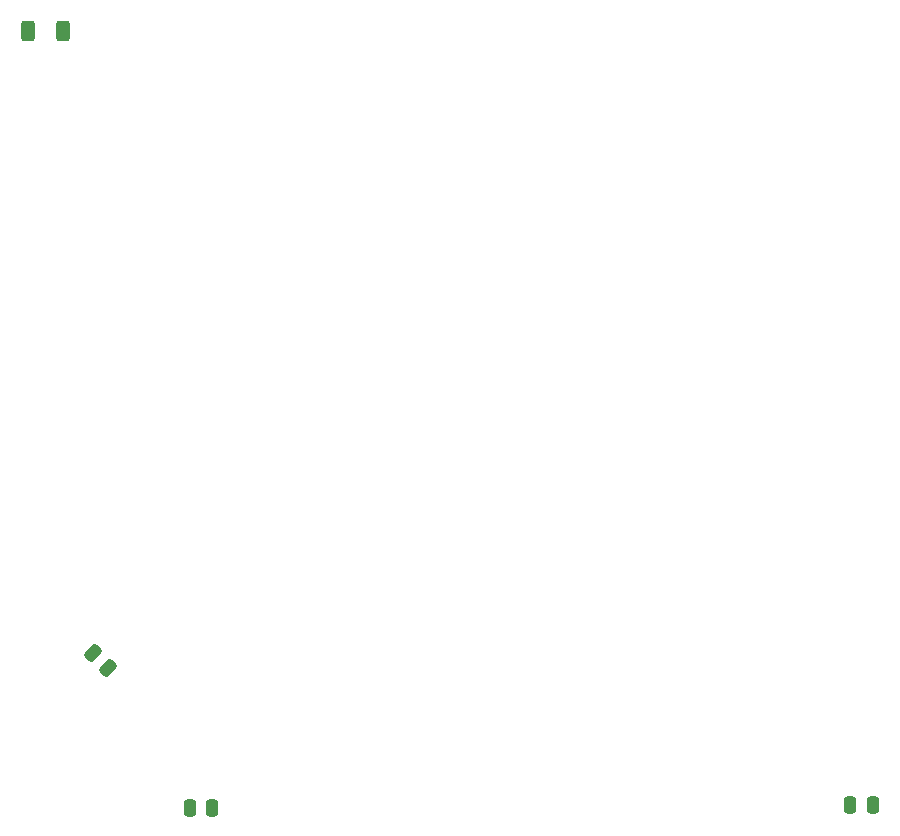
<source format=gbr>
%TF.GenerationSoftware,KiCad,Pcbnew,7.0.8*%
%TF.CreationDate,2023-11-23T20:50:36+01:00*%
%TF.ProjectId,main_board_v2,6d61696e-5f62-46f6-9172-645f76322e6b,rev?*%
%TF.SameCoordinates,Original*%
%TF.FileFunction,Paste,Top*%
%TF.FilePolarity,Positive*%
%FSLAX46Y46*%
G04 Gerber Fmt 4.6, Leading zero omitted, Abs format (unit mm)*
G04 Created by KiCad (PCBNEW 7.0.8) date 2023-11-23 20:50:36*
%MOMM*%
%LPD*%
G01*
G04 APERTURE LIST*
G04 Aperture macros list*
%AMRoundRect*
0 Rectangle with rounded corners*
0 $1 Rounding radius*
0 $2 $3 $4 $5 $6 $7 $8 $9 X,Y pos of 4 corners*
0 Add a 4 corners polygon primitive as box body*
4,1,4,$2,$3,$4,$5,$6,$7,$8,$9,$2,$3,0*
0 Add four circle primitives for the rounded corners*
1,1,$1+$1,$2,$3*
1,1,$1+$1,$4,$5*
1,1,$1+$1,$6,$7*
1,1,$1+$1,$8,$9*
0 Add four rect primitives between the rounded corners*
20,1,$1+$1,$2,$3,$4,$5,0*
20,1,$1+$1,$4,$5,$6,$7,0*
20,1,$1+$1,$6,$7,$8,$9,0*
20,1,$1+$1,$8,$9,$2,$3,0*%
G04 Aperture macros list end*
%ADD10RoundRect,0.250000X0.250000X0.475000X-0.250000X0.475000X-0.250000X-0.475000X0.250000X-0.475000X0*%
%ADD11RoundRect,0.250000X-0.512652X-0.159099X-0.159099X-0.512652X0.512652X0.159099X0.159099X0.512652X0*%
%ADD12RoundRect,0.250000X-0.250000X-0.475000X0.250000X-0.475000X0.250000X0.475000X-0.250000X0.475000X0*%
%ADD13RoundRect,0.250000X0.312500X0.625000X-0.312500X0.625000X-0.312500X-0.625000X0.312500X-0.625000X0*%
G04 APERTURE END LIST*
D10*
%TO.C,C13*%
X332687000Y-140716000D03*
X330787000Y-140716000D03*
%TD*%
D11*
%TO.C,C2*%
X266628358Y-127852249D03*
X267971860Y-129195751D03*
%TD*%
D12*
%TO.C,C14*%
X274881000Y-140970000D03*
X276781000Y-140970000D03*
%TD*%
D13*
%TO.C,R5*%
X264098500Y-75184000D03*
X261173500Y-75184000D03*
%TD*%
M02*

</source>
